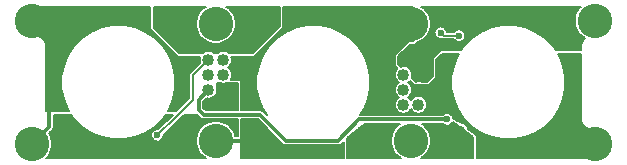
<source format=gbr>
G04 #@! TF.GenerationSoftware,KiCad,Pcbnew,(5.1.4)-1*
G04 #@! TF.CreationDate,2020-09-02T11:10:04-07:00*
G04 #@! TF.ProjectId,SkateLightLEDBoard,536b6174-654c-4696-9768-744c4544426f,rev?*
G04 #@! TF.SameCoordinates,Original*
G04 #@! TF.FileFunction,Copper,L2,Bot*
G04 #@! TF.FilePolarity,Positive*
%FSLAX46Y46*%
G04 Gerber Fmt 4.6, Leading zero omitted, Abs format (unit mm)*
G04 Created by KiCad (PCBNEW (5.1.4)-1) date 2020-09-02 11:10:04*
%MOMM*%
%LPD*%
G04 APERTURE LIST*
%ADD10C,1.800000*%
%ADD11C,1.016000*%
%ADD12C,2.921000*%
%ADD13C,0.600000*%
%ADD14C,0.350000*%
%ADD15C,0.200000*%
%ADD16C,0.152400*%
G04 APERTURE END LIST*
D10*
X-12087000Y4423000D03*
X-20933000Y-4423000D03*
X4423000Y-4423000D03*
X-4423000Y4423000D03*
X12087000Y-4423000D03*
X20933000Y4423000D03*
D11*
X7620000Y-1905000D03*
X8890000Y-1905000D03*
X7620000Y-635000D03*
X8890000Y-635000D03*
X7620000Y635000D03*
X8890000Y635000D03*
X7620000Y1905000D03*
X8890000Y1905000D03*
D12*
X8255000Y-4953000D03*
X8255000Y4953000D03*
X-8255000Y-4953000D03*
X-8255000Y4953000D03*
D11*
X-8890000Y-1905000D03*
X-7620000Y-1905000D03*
X-8890000Y-635000D03*
X-7620000Y-635000D03*
X-8890000Y635000D03*
X-7620000Y635000D03*
X-8890000Y1905000D03*
X-7620000Y1905000D03*
D12*
X23812500Y5207000D03*
X23812500Y-5207000D03*
X-23812500Y5207000D03*
X-23812500Y-5207000D03*
D13*
X-5170000Y-2000000D03*
X-4693920Y2131060D03*
X-2024380Y4871720D03*
X14340840Y-4838700D03*
X1710000Y-5810000D03*
X-5080000Y-4826000D03*
X6210000Y-1630000D03*
X6010000Y980000D03*
X16340000Y-5580000D03*
X19240000Y-5100000D03*
X21260000Y-3480000D03*
X21830000Y-1230000D03*
X21810000Y1530000D03*
X11026000Y-2032000D03*
X4218940Y4970780D03*
X-13204301Y-4490862D03*
X12334240Y3954780D03*
X10764520Y4203700D03*
X12542520Y5278120D03*
X10589260Y3169920D03*
X14569440Y5069840D03*
X16520160Y5255260D03*
X18514060Y5092700D03*
X9966960Y-3807460D03*
X6479540Y-3860800D03*
X-19140000Y-5460000D03*
X-17010000Y-5760000D03*
X-14754860Y-5232400D03*
X-11980000Y-4600000D03*
X-6675120Y-3469640D03*
X11306854Y-3147411D03*
D14*
X-5207000Y-4953000D02*
X-5080000Y-4826000D01*
X-8255000Y-4953000D02*
X-5207000Y-4953000D01*
X-22352001Y3746501D02*
X-23812500Y5207000D01*
X-22352001Y-3746501D02*
X-22352001Y3746501D01*
X-23812500Y-5207000D02*
X-22352001Y-3746501D01*
D15*
X-11657599Y-2944160D02*
X-13204301Y-4490862D01*
X-10215880Y-1502441D02*
X-11657599Y-2944160D01*
X-10215880Y579120D02*
X-10215880Y-1502441D01*
X-8890000Y1905000D02*
X-10215880Y579120D01*
X11013440Y3954780D02*
X12334240Y3954780D01*
X10764520Y4203700D02*
X11013440Y3954780D01*
D14*
X-9290993Y-2740401D02*
X-4552153Y-2740401D01*
X-4552153Y-2740401D02*
X-2362554Y-4930000D01*
X-2362554Y-4930000D02*
X2099446Y-4930000D01*
X2099446Y-4930000D02*
X3882035Y-3147411D01*
X3882035Y-3147411D02*
X9511664Y-3147411D01*
X-9725401Y-2305993D02*
X-9290993Y-2740401D01*
X-9725401Y-1470401D02*
X-9725401Y-2305993D01*
X-8890000Y-635000D02*
X-9725401Y-1470401D01*
X9511664Y-3147411D02*
X11306854Y-3147411D01*
D16*
G36*
X-2661958Y-5201373D02*
G01*
X-2649323Y-5216769D01*
X-2587867Y-5267204D01*
X-2527181Y-5299641D01*
X-2517752Y-5304681D01*
X-2441673Y-5327759D01*
X-2362554Y-5335552D01*
X-2342736Y-5333600D01*
X2079628Y-5333600D01*
X2099446Y-5335552D01*
X2119264Y-5333600D01*
X2178565Y-5327759D01*
X2254644Y-5304681D01*
X2324759Y-5267204D01*
X2386215Y-5216769D01*
X2398859Y-5201362D01*
X2565400Y-5034821D01*
X2565400Y-6413500D01*
X-6121400Y-6413500D01*
X-6121400Y-3144001D01*
X-4719328Y-3144001D01*
X-2661958Y-5201373D01*
X-2661958Y-5201373D01*
G37*
X-2661958Y-5201373D02*
X-2649323Y-5216769D01*
X-2587867Y-5267204D01*
X-2527181Y-5299641D01*
X-2517752Y-5304681D01*
X-2441673Y-5327759D01*
X-2362554Y-5335552D01*
X-2342736Y-5333600D01*
X2079628Y-5333600D01*
X2099446Y-5335552D01*
X2119264Y-5333600D01*
X2178565Y-5327759D01*
X2254644Y-5304681D01*
X2324759Y-5267204D01*
X2386215Y-5216769D01*
X2398859Y-5201362D01*
X2565400Y-5034821D01*
X2565400Y-6413500D01*
X-6121400Y-6413500D01*
X-6121400Y-3144001D01*
X-4719328Y-3144001D01*
X-2661958Y-5201373D01*
G36*
X8407400Y3501558D02*
G01*
X8128000Y3501558D01*
X8083402Y3497166D01*
X8040519Y3484157D01*
X8000997Y3463032D01*
X7966355Y3434603D01*
X6950355Y2418603D01*
X6921926Y2383961D01*
X6900801Y2344439D01*
X6887792Y2301556D01*
X6883400Y2256958D01*
X6883400Y1494958D01*
X6887792Y1450360D01*
X6900801Y1407477D01*
X6921926Y1367955D01*
X6950355Y1333313D01*
X7113479Y1170189D01*
X7047845Y1104555D01*
X6967234Y983911D01*
X6911707Y849858D01*
X6883400Y707549D01*
X6883400Y562451D01*
X6911707Y420142D01*
X6967234Y286089D01*
X7047845Y165445D01*
X7150445Y62845D01*
X7244500Y0D01*
X7150445Y-62845D01*
X7047845Y-165445D01*
X6967234Y-286089D01*
X6911707Y-420142D01*
X6883400Y-562451D01*
X6883400Y-707549D01*
X6911707Y-849858D01*
X6967234Y-983911D01*
X7047845Y-1104555D01*
X7150445Y-1207155D01*
X7244500Y-1270000D01*
X7150445Y-1332845D01*
X7047845Y-1435445D01*
X6967234Y-1556089D01*
X6911707Y-1690142D01*
X6883400Y-1832451D01*
X6883400Y-1977549D01*
X6911707Y-2119858D01*
X6967234Y-2253911D01*
X7047845Y-2374555D01*
X7150445Y-2477155D01*
X7271089Y-2557766D01*
X7405142Y-2613293D01*
X7547451Y-2641600D01*
X7692549Y-2641600D01*
X7834858Y-2613293D01*
X7968911Y-2557766D01*
X8089555Y-2477155D01*
X8192155Y-2374555D01*
X8255000Y-2280500D01*
X8317845Y-2374555D01*
X8420445Y-2477155D01*
X8541089Y-2557766D01*
X8675142Y-2613293D01*
X8817451Y-2641600D01*
X8962549Y-2641600D01*
X9104858Y-2613293D01*
X9238911Y-2557766D01*
X9359555Y-2477155D01*
X9462155Y-2374555D01*
X9542766Y-2253911D01*
X9598293Y-2119858D01*
X9626600Y-1977549D01*
X9626600Y-1832451D01*
X9598293Y-1690142D01*
X9542766Y-1556089D01*
X9462155Y-1435445D01*
X9359555Y-1332845D01*
X9238911Y-1252234D01*
X9104858Y-1196707D01*
X8962549Y-1168400D01*
X8817451Y-1168400D01*
X8675142Y-1196707D01*
X8541089Y-1252234D01*
X8420445Y-1332845D01*
X8317845Y-1435445D01*
X8255000Y-1529500D01*
X8192155Y-1435445D01*
X8089555Y-1332845D01*
X7995500Y-1270000D01*
X8089555Y-1207155D01*
X8192155Y-1104555D01*
X8272766Y-983911D01*
X8328293Y-849858D01*
X8356600Y-707549D01*
X8356600Y-562451D01*
X8328293Y-420142D01*
X8272766Y-286089D01*
X8192155Y-165445D01*
X8089555Y-62845D01*
X7995500Y0D01*
X8089555Y62845D01*
X8155189Y128479D01*
X8474355Y-190687D01*
X8508997Y-219116D01*
X8548519Y-240241D01*
X8591402Y-253250D01*
X8636000Y-257642D01*
X9652000Y-257642D01*
X9696598Y-253250D01*
X9739481Y-240241D01*
X9779003Y-219116D01*
X9813645Y-190687D01*
X10321645Y317313D01*
X10350074Y351955D01*
X10371199Y391477D01*
X10384208Y434360D01*
X10388600Y478958D01*
X10388600Y1908268D01*
X10889690Y2409358D01*
X12312573Y2409358D01*
X12230950Y2287200D01*
X11866960Y1408451D01*
X11681400Y475576D01*
X11681400Y-475576D01*
X11866960Y-1408451D01*
X12230950Y-2287200D01*
X12759381Y-3078053D01*
X13431947Y-3750619D01*
X14222800Y-4279050D01*
X15101549Y-4643040D01*
X16034424Y-4828600D01*
X16985576Y-4828600D01*
X17918451Y-4643040D01*
X18797200Y-4279050D01*
X19588053Y-3750619D01*
X20260619Y-3078053D01*
X20789050Y-2287200D01*
X21153040Y-1408451D01*
X21338600Y-475576D01*
X21338600Y475576D01*
X21153040Y1408451D01*
X20789050Y2287200D01*
X20707427Y2409358D01*
X22632924Y2409358D01*
X22632925Y12469D01*
X22632924Y-3003064D01*
X22633436Y-3008265D01*
X22635559Y-3061562D01*
X22637717Y-3077155D01*
X22638755Y-3092856D01*
X22639357Y-3096351D01*
X22665644Y-3242726D01*
X22671922Y-3264941D01*
X22677857Y-3287118D01*
X22679126Y-3290429D01*
X22733343Y-3428910D01*
X22743804Y-3449458D01*
X22753945Y-3470085D01*
X22755830Y-3473082D01*
X22755833Y-3473087D01*
X22755836Y-3473091D01*
X22835915Y-3598399D01*
X22850183Y-3616543D01*
X22864123Y-3634788D01*
X22866553Y-3637361D01*
X22866558Y-3637367D01*
X22866563Y-3637372D01*
X22969455Y-3744738D01*
X22986929Y-3759726D01*
X23004193Y-3774956D01*
X23007083Y-3777011D01*
X23128876Y-3862352D01*
X23148955Y-3873675D01*
X23168822Y-3885247D01*
X23172056Y-3886702D01*
X23308105Y-3946761D01*
X23330039Y-3953981D01*
X23351737Y-3961460D01*
X23355182Y-3962257D01*
X23355192Y-3962260D01*
X23355202Y-3962261D01*
X23500315Y-3994749D01*
X23523186Y-3997565D01*
X23545972Y-4000694D01*
X23549516Y-4000807D01*
X23549517Y-4000807D01*
X23698188Y-4004490D01*
X23698411Y-4004474D01*
X23698937Y-4004490D01*
X23958976Y-4010759D01*
X24188536Y-4061991D01*
X24403777Y-4156838D01*
X24596491Y-4291682D01*
X24759348Y-4461395D01*
X24886136Y-4659503D01*
X24972031Y-4878466D01*
X25013761Y-5109946D01*
X25009734Y-5345124D01*
X24960106Y-5575033D01*
X24866765Y-5790929D01*
X24733268Y-5984583D01*
X24564699Y-6148619D01*
X24367480Y-6276788D01*
X24149119Y-6364210D01*
X23911139Y-6408829D01*
X23804981Y-6413500D01*
X13817600Y-6413500D01*
X13817600Y-4572000D01*
X13814373Y-4533725D01*
X13802575Y-4490492D01*
X13782570Y-4450392D01*
X13755126Y-4414965D01*
X13721298Y-4385573D01*
X13114811Y-3955179D01*
X13087153Y-3888407D01*
X12963641Y-3703559D01*
X12806441Y-3546359D01*
X12621593Y-3422847D01*
X12416201Y-3337771D01*
X12198157Y-3294400D01*
X12183677Y-3294400D01*
X11824322Y-3039384D01*
X11815141Y-2993224D01*
X11775294Y-2897025D01*
X11717445Y-2810448D01*
X11643817Y-2736820D01*
X11557240Y-2678971D01*
X11461041Y-2639124D01*
X11358917Y-2618811D01*
X11254791Y-2618811D01*
X11152667Y-2639124D01*
X11056468Y-2678971D01*
X10969891Y-2736820D01*
X10965311Y-2741400D01*
X5008451Y-2741400D01*
X4990715Y-2743811D01*
X3973952Y-2743811D01*
X4279050Y-2287200D01*
X4643040Y-1408451D01*
X4828600Y-475576D01*
X4828600Y475576D01*
X4643040Y1408451D01*
X4279050Y2287200D01*
X3750619Y3078053D01*
X3078053Y3750619D01*
X2287200Y4279050D01*
X1408451Y4643040D01*
X475576Y4828600D01*
X-475576Y4828600D01*
X-1408451Y4643040D01*
X-2287200Y4279050D01*
X-3078053Y3750619D01*
X-3750619Y3078053D01*
X-4279050Y2287200D01*
X-4643040Y1408451D01*
X-4828600Y475576D01*
X-4828600Y-475576D01*
X-4643040Y-1408451D01*
X-4279050Y-2287200D01*
X-3965867Y-2755912D01*
X-4252740Y-2469039D01*
X-4265384Y-2453632D01*
X-4326840Y-2403197D01*
X-4396955Y-2365720D01*
X-4473034Y-2342642D01*
X-4532335Y-2336801D01*
X-4552153Y-2334849D01*
X-4571971Y-2336801D01*
X-6121400Y-2336801D01*
X-6121400Y0D01*
X-6125792Y44598D01*
X-6138801Y87481D01*
X-6159926Y127003D01*
X-6188355Y161645D01*
X-6222997Y190074D01*
X-6262519Y211199D01*
X-6305402Y224208D01*
X-6350000Y228600D01*
X-7005647Y228600D01*
X-6967234Y286089D01*
X-6911707Y420142D01*
X-6883400Y562451D01*
X-6883400Y707549D01*
X-6911707Y849858D01*
X-6967234Y983911D01*
X-7047845Y1104555D01*
X-7150445Y1207155D01*
X-7244500Y1270000D01*
X-7150445Y1332845D01*
X-7047845Y1435445D01*
X-6967234Y1556089D01*
X-6911707Y1690142D01*
X-6883400Y1832451D01*
X-6883400Y1977549D01*
X-6911707Y2119858D01*
X-6938441Y2184400D01*
X-5080000Y2184400D01*
X-5035402Y2188792D01*
X-4992519Y2201801D01*
X-4952997Y2222926D01*
X-4918355Y2251355D01*
X-2632355Y4537355D01*
X-2603926Y4571997D01*
X-2582801Y4611519D01*
X-2569792Y4654402D01*
X-2565400Y4699000D01*
X-2565400Y6413500D01*
X8407400Y6413500D01*
X8407400Y3501558D01*
X8407400Y3501558D01*
G37*
X8407400Y3501558D02*
X8128000Y3501558D01*
X8083402Y3497166D01*
X8040519Y3484157D01*
X8000997Y3463032D01*
X7966355Y3434603D01*
X6950355Y2418603D01*
X6921926Y2383961D01*
X6900801Y2344439D01*
X6887792Y2301556D01*
X6883400Y2256958D01*
X6883400Y1494958D01*
X6887792Y1450360D01*
X6900801Y1407477D01*
X6921926Y1367955D01*
X6950355Y1333313D01*
X7113479Y1170189D01*
X7047845Y1104555D01*
X6967234Y983911D01*
X6911707Y849858D01*
X6883400Y707549D01*
X6883400Y562451D01*
X6911707Y420142D01*
X6967234Y286089D01*
X7047845Y165445D01*
X7150445Y62845D01*
X7244500Y0D01*
X7150445Y-62845D01*
X7047845Y-165445D01*
X6967234Y-286089D01*
X6911707Y-420142D01*
X6883400Y-562451D01*
X6883400Y-707549D01*
X6911707Y-849858D01*
X6967234Y-983911D01*
X7047845Y-1104555D01*
X7150445Y-1207155D01*
X7244500Y-1270000D01*
X7150445Y-1332845D01*
X7047845Y-1435445D01*
X6967234Y-1556089D01*
X6911707Y-1690142D01*
X6883400Y-1832451D01*
X6883400Y-1977549D01*
X6911707Y-2119858D01*
X6967234Y-2253911D01*
X7047845Y-2374555D01*
X7150445Y-2477155D01*
X7271089Y-2557766D01*
X7405142Y-2613293D01*
X7547451Y-2641600D01*
X7692549Y-2641600D01*
X7834858Y-2613293D01*
X7968911Y-2557766D01*
X8089555Y-2477155D01*
X8192155Y-2374555D01*
X8255000Y-2280500D01*
X8317845Y-2374555D01*
X8420445Y-2477155D01*
X8541089Y-2557766D01*
X8675142Y-2613293D01*
X8817451Y-2641600D01*
X8962549Y-2641600D01*
X9104858Y-2613293D01*
X9238911Y-2557766D01*
X9359555Y-2477155D01*
X9462155Y-2374555D01*
X9542766Y-2253911D01*
X9598293Y-2119858D01*
X9626600Y-1977549D01*
X9626600Y-1832451D01*
X9598293Y-1690142D01*
X9542766Y-1556089D01*
X9462155Y-1435445D01*
X9359555Y-1332845D01*
X9238911Y-1252234D01*
X9104858Y-1196707D01*
X8962549Y-1168400D01*
X8817451Y-1168400D01*
X8675142Y-1196707D01*
X8541089Y-1252234D01*
X8420445Y-1332845D01*
X8317845Y-1435445D01*
X8255000Y-1529500D01*
X8192155Y-1435445D01*
X8089555Y-1332845D01*
X7995500Y-1270000D01*
X8089555Y-1207155D01*
X8192155Y-1104555D01*
X8272766Y-983911D01*
X8328293Y-849858D01*
X8356600Y-707549D01*
X8356600Y-562451D01*
X8328293Y-420142D01*
X8272766Y-286089D01*
X8192155Y-165445D01*
X8089555Y-62845D01*
X7995500Y0D01*
X8089555Y62845D01*
X8155189Y128479D01*
X8474355Y-190687D01*
X8508997Y-219116D01*
X8548519Y-240241D01*
X8591402Y-253250D01*
X8636000Y-257642D01*
X9652000Y-257642D01*
X9696598Y-253250D01*
X9739481Y-240241D01*
X9779003Y-219116D01*
X9813645Y-190687D01*
X10321645Y317313D01*
X10350074Y351955D01*
X10371199Y391477D01*
X10384208Y434360D01*
X10388600Y478958D01*
X10388600Y1908268D01*
X10889690Y2409358D01*
X12312573Y2409358D01*
X12230950Y2287200D01*
X11866960Y1408451D01*
X11681400Y475576D01*
X11681400Y-475576D01*
X11866960Y-1408451D01*
X12230950Y-2287200D01*
X12759381Y-3078053D01*
X13431947Y-3750619D01*
X14222800Y-4279050D01*
X15101549Y-4643040D01*
X16034424Y-4828600D01*
X16985576Y-4828600D01*
X17918451Y-4643040D01*
X18797200Y-4279050D01*
X19588053Y-3750619D01*
X20260619Y-3078053D01*
X20789050Y-2287200D01*
X21153040Y-1408451D01*
X21338600Y-475576D01*
X21338600Y475576D01*
X21153040Y1408451D01*
X20789050Y2287200D01*
X20707427Y2409358D01*
X22632924Y2409358D01*
X22632925Y12469D01*
X22632924Y-3003064D01*
X22633436Y-3008265D01*
X22635559Y-3061562D01*
X22637717Y-3077155D01*
X22638755Y-3092856D01*
X22639357Y-3096351D01*
X22665644Y-3242726D01*
X22671922Y-3264941D01*
X22677857Y-3287118D01*
X22679126Y-3290429D01*
X22733343Y-3428910D01*
X22743804Y-3449458D01*
X22753945Y-3470085D01*
X22755830Y-3473082D01*
X22755833Y-3473087D01*
X22755836Y-3473091D01*
X22835915Y-3598399D01*
X22850183Y-3616543D01*
X22864123Y-3634788D01*
X22866553Y-3637361D01*
X22866558Y-3637367D01*
X22866563Y-3637372D01*
X22969455Y-3744738D01*
X22986929Y-3759726D01*
X23004193Y-3774956D01*
X23007083Y-3777011D01*
X23128876Y-3862352D01*
X23148955Y-3873675D01*
X23168822Y-3885247D01*
X23172056Y-3886702D01*
X23308105Y-3946761D01*
X23330039Y-3953981D01*
X23351737Y-3961460D01*
X23355182Y-3962257D01*
X23355192Y-3962260D01*
X23355202Y-3962261D01*
X23500315Y-3994749D01*
X23523186Y-3997565D01*
X23545972Y-4000694D01*
X23549516Y-4000807D01*
X23549517Y-4000807D01*
X23698188Y-4004490D01*
X23698411Y-4004474D01*
X23698937Y-4004490D01*
X23958976Y-4010759D01*
X24188536Y-4061991D01*
X24403777Y-4156838D01*
X24596491Y-4291682D01*
X24759348Y-4461395D01*
X24886136Y-4659503D01*
X24972031Y-4878466D01*
X25013761Y-5109946D01*
X25009734Y-5345124D01*
X24960106Y-5575033D01*
X24866765Y-5790929D01*
X24733268Y-5984583D01*
X24564699Y-6148619D01*
X24367480Y-6276788D01*
X24149119Y-6364210D01*
X23911139Y-6408829D01*
X23804981Y-6413500D01*
X13817600Y-6413500D01*
X13817600Y-4572000D01*
X13814373Y-4533725D01*
X13802575Y-4490492D01*
X13782570Y-4450392D01*
X13755126Y-4414965D01*
X13721298Y-4385573D01*
X13114811Y-3955179D01*
X13087153Y-3888407D01*
X12963641Y-3703559D01*
X12806441Y-3546359D01*
X12621593Y-3422847D01*
X12416201Y-3337771D01*
X12198157Y-3294400D01*
X12183677Y-3294400D01*
X11824322Y-3039384D01*
X11815141Y-2993224D01*
X11775294Y-2897025D01*
X11717445Y-2810448D01*
X11643817Y-2736820D01*
X11557240Y-2678971D01*
X11461041Y-2639124D01*
X11358917Y-2618811D01*
X11254791Y-2618811D01*
X11152667Y-2639124D01*
X11056468Y-2678971D01*
X10969891Y-2736820D01*
X10965311Y-2741400D01*
X5008451Y-2741400D01*
X4990715Y-2743811D01*
X3973952Y-2743811D01*
X4279050Y-2287200D01*
X4643040Y-1408451D01*
X4828600Y-475576D01*
X4828600Y475576D01*
X4643040Y1408451D01*
X4279050Y2287200D01*
X3750619Y3078053D01*
X3078053Y3750619D01*
X2287200Y4279050D01*
X1408451Y4643040D01*
X475576Y4828600D01*
X-475576Y4828600D01*
X-1408451Y4643040D01*
X-2287200Y4279050D01*
X-3078053Y3750619D01*
X-3750619Y3078053D01*
X-4279050Y2287200D01*
X-4643040Y1408451D01*
X-4828600Y475576D01*
X-4828600Y-475576D01*
X-4643040Y-1408451D01*
X-4279050Y-2287200D01*
X-3965867Y-2755912D01*
X-4252740Y-2469039D01*
X-4265384Y-2453632D01*
X-4326840Y-2403197D01*
X-4396955Y-2365720D01*
X-4473034Y-2342642D01*
X-4532335Y-2336801D01*
X-4552153Y-2334849D01*
X-4571971Y-2336801D01*
X-6121400Y-2336801D01*
X-6121400Y0D01*
X-6125792Y44598D01*
X-6138801Y87481D01*
X-6159926Y127003D01*
X-6188355Y161645D01*
X-6222997Y190074D01*
X-6262519Y211199D01*
X-6305402Y224208D01*
X-6350000Y228600D01*
X-7005647Y228600D01*
X-6967234Y286089D01*
X-6911707Y420142D01*
X-6883400Y562451D01*
X-6883400Y707549D01*
X-6911707Y849858D01*
X-6967234Y983911D01*
X-7047845Y1104555D01*
X-7150445Y1207155D01*
X-7244500Y1270000D01*
X-7150445Y1332845D01*
X-7047845Y1435445D01*
X-6967234Y1556089D01*
X-6911707Y1690142D01*
X-6883400Y1832451D01*
X-6883400Y1977549D01*
X-6911707Y2119858D01*
X-6938441Y2184400D01*
X-5080000Y2184400D01*
X-5035402Y2188792D01*
X-4992519Y2201801D01*
X-4952997Y2222926D01*
X-4918355Y2251355D01*
X-2632355Y4537355D01*
X-2603926Y4571997D01*
X-2582801Y4611519D01*
X-2569792Y4654402D01*
X-2565400Y4699000D01*
X-2565400Y6413500D01*
X8407400Y6413500D01*
X8407400Y3501558D01*
G36*
X-13817600Y4572000D02*
G01*
X-13813208Y4527402D01*
X-13800199Y4484519D01*
X-13779074Y4444997D01*
X-13750645Y4410355D01*
X-11591645Y2251355D01*
X-11557003Y2222926D01*
X-11517481Y2201801D01*
X-11474598Y2188792D01*
X-11430000Y2184400D01*
X-9571559Y2184400D01*
X-9598293Y2119858D01*
X-9626600Y1977549D01*
X-9626600Y1832451D01*
X-9598293Y1690142D01*
X-9589880Y1669831D01*
X-10436824Y822886D01*
X-10449359Y812599D01*
X-10459644Y800066D01*
X-10490422Y762563D01*
X-10519827Y707549D01*
X-10520935Y705477D01*
X-10539725Y643536D01*
X-10544480Y595255D01*
X-10546069Y579120D01*
X-10544480Y562988D01*
X-10544479Y-1366330D01*
X-11616549Y-2438400D01*
X-12331979Y-2438400D01*
X-12230950Y-2287200D01*
X-11866960Y-1408451D01*
X-11681400Y-475576D01*
X-11681400Y475576D01*
X-11866960Y1408451D01*
X-12230950Y2287200D01*
X-12759381Y3078053D01*
X-13431947Y3750619D01*
X-14222800Y4279050D01*
X-15101549Y4643040D01*
X-16034424Y4828600D01*
X-16985576Y4828600D01*
X-17918451Y4643040D01*
X-18797200Y4279050D01*
X-19588053Y3750619D01*
X-20260619Y3078053D01*
X-20789050Y2287200D01*
X-21153040Y1408451D01*
X-21338600Y475576D01*
X-21338600Y-475576D01*
X-21153040Y-1408451D01*
X-20789050Y-2287200D01*
X-20688021Y-2438400D01*
X-22632924Y-2438400D01*
X-22632924Y3003065D01*
X-22633436Y3008266D01*
X-22635559Y3061562D01*
X-22637717Y3077155D01*
X-22638755Y3092856D01*
X-22639357Y3096350D01*
X-22665644Y3242726D01*
X-22671922Y3264941D01*
X-22677857Y3287118D01*
X-22679126Y3290429D01*
X-22733343Y3428910D01*
X-22743804Y3449458D01*
X-22753945Y3470085D01*
X-22755830Y3473082D01*
X-22755833Y3473087D01*
X-22755836Y3473091D01*
X-22835915Y3598399D01*
X-22850210Y3616578D01*
X-22864123Y3634789D01*
X-22866553Y3637361D01*
X-22866558Y3637367D01*
X-22866563Y3637372D01*
X-22969455Y3744738D01*
X-22986951Y3759744D01*
X-23004193Y3774955D01*
X-23007083Y3777011D01*
X-23128876Y3862352D01*
X-23148955Y3873675D01*
X-23168822Y3885247D01*
X-23172047Y3886697D01*
X-23172056Y3886702D01*
X-23172065Y3886705D01*
X-23308105Y3946761D01*
X-23330049Y3953984D01*
X-23351737Y3961460D01*
X-23355182Y3962257D01*
X-23355192Y3962260D01*
X-23355202Y3962261D01*
X-23500316Y3994749D01*
X-23523210Y3997568D01*
X-23545972Y4000694D01*
X-23549506Y4000807D01*
X-23549517Y4000808D01*
X-23549527Y4000807D01*
X-23698188Y4004490D01*
X-23698411Y4004474D01*
X-23698936Y4004490D01*
X-23958976Y4010759D01*
X-24188535Y4061991D01*
X-24403777Y4156838D01*
X-24596491Y4291682D01*
X-24759348Y4461395D01*
X-24886136Y4659503D01*
X-24972031Y4878466D01*
X-25013761Y5109947D01*
X-25009734Y5345124D01*
X-24960106Y5575033D01*
X-24866764Y5790931D01*
X-24733264Y5984587D01*
X-24564697Y6148620D01*
X-24367478Y6276789D01*
X-24149119Y6364210D01*
X-23911139Y6408829D01*
X-23804982Y6413500D01*
X-13817600Y6413500D01*
X-13817600Y4572000D01*
X-13817600Y4572000D01*
G37*
X-13817600Y4572000D02*
X-13813208Y4527402D01*
X-13800199Y4484519D01*
X-13779074Y4444997D01*
X-13750645Y4410355D01*
X-11591645Y2251355D01*
X-11557003Y2222926D01*
X-11517481Y2201801D01*
X-11474598Y2188792D01*
X-11430000Y2184400D01*
X-9571559Y2184400D01*
X-9598293Y2119858D01*
X-9626600Y1977549D01*
X-9626600Y1832451D01*
X-9598293Y1690142D01*
X-9589880Y1669831D01*
X-10436824Y822886D01*
X-10449359Y812599D01*
X-10459644Y800066D01*
X-10490422Y762563D01*
X-10519827Y707549D01*
X-10520935Y705477D01*
X-10539725Y643536D01*
X-10544480Y595255D01*
X-10546069Y579120D01*
X-10544480Y562988D01*
X-10544479Y-1366330D01*
X-11616549Y-2438400D01*
X-12331979Y-2438400D01*
X-12230950Y-2287200D01*
X-11866960Y-1408451D01*
X-11681400Y-475576D01*
X-11681400Y475576D01*
X-11866960Y1408451D01*
X-12230950Y2287200D01*
X-12759381Y3078053D01*
X-13431947Y3750619D01*
X-14222800Y4279050D01*
X-15101549Y4643040D01*
X-16034424Y4828600D01*
X-16985576Y4828600D01*
X-17918451Y4643040D01*
X-18797200Y4279050D01*
X-19588053Y3750619D01*
X-20260619Y3078053D01*
X-20789050Y2287200D01*
X-21153040Y1408451D01*
X-21338600Y475576D01*
X-21338600Y-475576D01*
X-21153040Y-1408451D01*
X-20789050Y-2287200D01*
X-20688021Y-2438400D01*
X-22632924Y-2438400D01*
X-22632924Y3003065D01*
X-22633436Y3008266D01*
X-22635559Y3061562D01*
X-22637717Y3077155D01*
X-22638755Y3092856D01*
X-22639357Y3096350D01*
X-22665644Y3242726D01*
X-22671922Y3264941D01*
X-22677857Y3287118D01*
X-22679126Y3290429D01*
X-22733343Y3428910D01*
X-22743804Y3449458D01*
X-22753945Y3470085D01*
X-22755830Y3473082D01*
X-22755833Y3473087D01*
X-22755836Y3473091D01*
X-22835915Y3598399D01*
X-22850210Y3616578D01*
X-22864123Y3634789D01*
X-22866553Y3637361D01*
X-22866558Y3637367D01*
X-22866563Y3637372D01*
X-22969455Y3744738D01*
X-22986951Y3759744D01*
X-23004193Y3774955D01*
X-23007083Y3777011D01*
X-23128876Y3862352D01*
X-23148955Y3873675D01*
X-23168822Y3885247D01*
X-23172047Y3886697D01*
X-23172056Y3886702D01*
X-23172065Y3886705D01*
X-23308105Y3946761D01*
X-23330049Y3953984D01*
X-23351737Y3961460D01*
X-23355182Y3962257D01*
X-23355192Y3962260D01*
X-23355202Y3962261D01*
X-23500316Y3994749D01*
X-23523210Y3997568D01*
X-23545972Y4000694D01*
X-23549506Y4000807D01*
X-23549517Y4000808D01*
X-23549527Y4000807D01*
X-23698188Y4004490D01*
X-23698411Y4004474D01*
X-23698936Y4004490D01*
X-23958976Y4010759D01*
X-24188535Y4061991D01*
X-24403777Y4156838D01*
X-24596491Y4291682D01*
X-24759348Y4461395D01*
X-24886136Y4659503D01*
X-24972031Y4878466D01*
X-25013761Y5109947D01*
X-25009734Y5345124D01*
X-24960106Y5575033D01*
X-24866764Y5790931D01*
X-24733264Y5984587D01*
X-24564697Y6148620D01*
X-24367478Y6276789D01*
X-24149119Y6364210D01*
X-23911139Y6408829D01*
X-23804982Y6413500D01*
X-13817600Y6413500D01*
X-13817600Y4572000D01*
G36*
X-9331739Y6265010D02*
G01*
X-9567010Y6029739D01*
X-9751861Y5753089D01*
X-9879189Y5445692D01*
X-9944100Y5119362D01*
X-9944100Y4786638D01*
X-9879189Y4460308D01*
X-9751861Y4152911D01*
X-9567010Y3876261D01*
X-9331739Y3640990D01*
X-9055089Y3456139D01*
X-8747692Y3328811D01*
X-8421362Y3263900D01*
X-8088638Y3263900D01*
X-7762308Y3328811D01*
X-7454911Y3456139D01*
X-7178261Y3640990D01*
X-6942990Y3876261D01*
X-6758139Y4152911D01*
X-6630811Y4460308D01*
X-6565900Y4786638D01*
X-6565900Y5119362D01*
X-6630811Y5445692D01*
X-6758139Y5753089D01*
X-6942990Y6029739D01*
X-7178261Y6265010D01*
X-7400493Y6413500D01*
X-2870200Y6413500D01*
X-2870200Y4730564D01*
X-5111564Y2489200D01*
X-7168472Y2489200D01*
X-7271089Y2557766D01*
X-7405142Y2613293D01*
X-7547451Y2641600D01*
X-7692549Y2641600D01*
X-7834858Y2613293D01*
X-7968911Y2557766D01*
X-8071528Y2489200D01*
X-8438472Y2489200D01*
X-8541089Y2557766D01*
X-8675142Y2613293D01*
X-8817451Y2641600D01*
X-8962549Y2641600D01*
X-9104858Y2613293D01*
X-9238911Y2557766D01*
X-9341528Y2489200D01*
X-11398436Y2489200D01*
X-13512800Y4603564D01*
X-13512800Y6413500D01*
X-9109507Y6413500D01*
X-9331739Y6265010D01*
X-9331739Y6265010D01*
G37*
X-9331739Y6265010D02*
X-9567010Y6029739D01*
X-9751861Y5753089D01*
X-9879189Y5445692D01*
X-9944100Y5119362D01*
X-9944100Y4786638D01*
X-9879189Y4460308D01*
X-9751861Y4152911D01*
X-9567010Y3876261D01*
X-9331739Y3640990D01*
X-9055089Y3456139D01*
X-8747692Y3328811D01*
X-8421362Y3263900D01*
X-8088638Y3263900D01*
X-7762308Y3328811D01*
X-7454911Y3456139D01*
X-7178261Y3640990D01*
X-6942990Y3876261D01*
X-6758139Y4152911D01*
X-6630811Y4460308D01*
X-6565900Y4786638D01*
X-6565900Y5119362D01*
X-6630811Y5445692D01*
X-6758139Y5753089D01*
X-6942990Y6029739D01*
X-7178261Y6265010D01*
X-7400493Y6413500D01*
X-2870200Y6413500D01*
X-2870200Y4730564D01*
X-5111564Y2489200D01*
X-7168472Y2489200D01*
X-7271089Y2557766D01*
X-7405142Y2613293D01*
X-7547451Y2641600D01*
X-7692549Y2641600D01*
X-7834858Y2613293D01*
X-7968911Y2557766D01*
X-8071528Y2489200D01*
X-8438472Y2489200D01*
X-8541089Y2557766D01*
X-8675142Y2613293D01*
X-8817451Y2641600D01*
X-8962549Y2641600D01*
X-9104858Y2613293D01*
X-9238911Y2557766D01*
X-9341528Y2489200D01*
X-11398436Y2489200D01*
X-13512800Y4603564D01*
X-13512800Y6413500D01*
X-9109507Y6413500D01*
X-9331739Y6265010D01*
G36*
X13512800Y-4611362D02*
G01*
X13512800Y-6413500D01*
X9109507Y-6413500D01*
X9331739Y-6265010D01*
X9567010Y-6029739D01*
X9751861Y-5753089D01*
X9879189Y-5445692D01*
X9944100Y-5119362D01*
X9944100Y-4786638D01*
X9879189Y-4460308D01*
X9751861Y-4152911D01*
X9567010Y-3876261D01*
X9331739Y-3640990D01*
X9197075Y-3551011D01*
X10962900Y-3551011D01*
X10969891Y-3558002D01*
X11056468Y-3615851D01*
X11152667Y-3655698D01*
X11254791Y-3676011D01*
X11358917Y-3676011D01*
X11461041Y-3655698D01*
X11557240Y-3615851D01*
X11643817Y-3558002D01*
X11717445Y-3484374D01*
X11775294Y-3397797D01*
X11781523Y-3382760D01*
X13512800Y-4611362D01*
X13512800Y-4611362D01*
G37*
X13512800Y-4611362D02*
X13512800Y-6413500D01*
X9109507Y-6413500D01*
X9331739Y-6265010D01*
X9567010Y-6029739D01*
X9751861Y-5753089D01*
X9879189Y-5445692D01*
X9944100Y-5119362D01*
X9944100Y-4786638D01*
X9879189Y-4460308D01*
X9751861Y-4152911D01*
X9567010Y-3876261D01*
X9331739Y-3640990D01*
X9197075Y-3551011D01*
X10962900Y-3551011D01*
X10969891Y-3558002D01*
X11056468Y-3615851D01*
X11152667Y-3655698D01*
X11254791Y-3676011D01*
X11358917Y-3676011D01*
X11461041Y-3655698D01*
X11557240Y-3615851D01*
X11643817Y-3558002D01*
X11717445Y-3484374D01*
X11775294Y-3397797D01*
X11781523Y-3382760D01*
X13512800Y-4611362D01*
G36*
X7178261Y-3640990D02*
G01*
X6942990Y-3876261D01*
X6758139Y-4152911D01*
X6630811Y-4460308D01*
X6565900Y-4786638D01*
X6565900Y-5119362D01*
X6630811Y-5445692D01*
X6758139Y-5753089D01*
X6942990Y-6029739D01*
X7178261Y-6265010D01*
X7400493Y-6413500D01*
X2870200Y-6413500D01*
X2870200Y-4736180D01*
X4388129Y-3551011D01*
X7312925Y-3551011D01*
X7178261Y-3640990D01*
X7178261Y-3640990D01*
G37*
X7178261Y-3640990D02*
X6942990Y-3876261D01*
X6758139Y-4152911D01*
X6630811Y-4460308D01*
X6565900Y-4786638D01*
X6565900Y-5119362D01*
X6630811Y-5445692D01*
X6758139Y-5753089D01*
X6942990Y-6029739D01*
X7178261Y-6265010D01*
X7400493Y-6413500D01*
X2870200Y-6413500D01*
X2870200Y-4736180D01*
X4388129Y-3551011D01*
X7312925Y-3551011D01*
X7178261Y-3640990D01*
G36*
X-20260619Y-3078053D02*
G01*
X-19588053Y-3750619D01*
X-18797200Y-4279050D01*
X-17918451Y-4643040D01*
X-16985576Y-4828600D01*
X-16034424Y-4828600D01*
X-15101549Y-4643040D01*
X-14222800Y-4279050D01*
X-13431947Y-3750619D01*
X-12759381Y-3078053D01*
X-12535639Y-2743200D01*
X-11921350Y-2743200D01*
X-13142373Y-3964224D01*
X-13152238Y-3962262D01*
X-13256364Y-3962262D01*
X-13358488Y-3982575D01*
X-13454687Y-4022422D01*
X-13541264Y-4080271D01*
X-13614892Y-4153899D01*
X-13672741Y-4240476D01*
X-13712588Y-4336675D01*
X-13732901Y-4438799D01*
X-13732901Y-4542925D01*
X-13712588Y-4645049D01*
X-13672741Y-4741248D01*
X-13614892Y-4827825D01*
X-13541264Y-4901453D01*
X-13454687Y-4959302D01*
X-13358488Y-4999149D01*
X-13256364Y-5019462D01*
X-13152238Y-5019462D01*
X-13050114Y-4999149D01*
X-12953915Y-4959302D01*
X-12867338Y-4901453D01*
X-12793710Y-4827825D01*
X-12735861Y-4741248D01*
X-12696014Y-4645049D01*
X-12675701Y-4542925D01*
X-12675701Y-4438799D01*
X-12677663Y-4428934D01*
X-11413835Y-3165107D01*
X-11413830Y-3165101D01*
X-10991929Y-2743200D01*
X-9858969Y-2743200D01*
X-9590402Y-3011768D01*
X-9577762Y-3027170D01*
X-9516306Y-3077605D01*
X-9449184Y-3113482D01*
X-9446191Y-3115082D01*
X-9370112Y-3138160D01*
X-9290993Y-3145953D01*
X-9271175Y-3144001D01*
X-6426200Y-3144001D01*
X-6426200Y-4549400D01*
X-6613090Y-4549400D01*
X-6630811Y-4460308D01*
X-6758139Y-4152911D01*
X-6942990Y-3876261D01*
X-7178261Y-3640990D01*
X-7454911Y-3456139D01*
X-7762308Y-3328811D01*
X-8088638Y-3263900D01*
X-8421362Y-3263900D01*
X-8747692Y-3328811D01*
X-9055089Y-3456139D01*
X-9331739Y-3640990D01*
X-9567010Y-3876261D01*
X-9751861Y-4152911D01*
X-9879189Y-4460308D01*
X-9944100Y-4786638D01*
X-9944100Y-5119362D01*
X-9879189Y-5445692D01*
X-9751861Y-5753089D01*
X-9567010Y-6029739D01*
X-9331739Y-6265010D01*
X-9109507Y-6413500D01*
X-22630251Y-6413500D01*
X-22500490Y-6283739D01*
X-22315639Y-6007089D01*
X-22188311Y-5699692D01*
X-22123400Y-5373362D01*
X-22123400Y-5040638D01*
X-22188311Y-4714308D01*
X-22315639Y-4406911D01*
X-22366106Y-4331382D01*
X-22080627Y-4045904D01*
X-22065232Y-4033270D01*
X-22014797Y-3971814D01*
X-21977320Y-3901699D01*
X-21959029Y-3841402D01*
X-21954242Y-3825621D01*
X-21946449Y-3746502D01*
X-21948401Y-3726684D01*
X-21948401Y-2743200D01*
X-20484361Y-2743200D01*
X-20260619Y-3078053D01*
X-20260619Y-3078053D01*
G37*
X-20260619Y-3078053D02*
X-19588053Y-3750619D01*
X-18797200Y-4279050D01*
X-17918451Y-4643040D01*
X-16985576Y-4828600D01*
X-16034424Y-4828600D01*
X-15101549Y-4643040D01*
X-14222800Y-4279050D01*
X-13431947Y-3750619D01*
X-12759381Y-3078053D01*
X-12535639Y-2743200D01*
X-11921350Y-2743200D01*
X-13142373Y-3964224D01*
X-13152238Y-3962262D01*
X-13256364Y-3962262D01*
X-13358488Y-3982575D01*
X-13454687Y-4022422D01*
X-13541264Y-4080271D01*
X-13614892Y-4153899D01*
X-13672741Y-4240476D01*
X-13712588Y-4336675D01*
X-13732901Y-4438799D01*
X-13732901Y-4542925D01*
X-13712588Y-4645049D01*
X-13672741Y-4741248D01*
X-13614892Y-4827825D01*
X-13541264Y-4901453D01*
X-13454687Y-4959302D01*
X-13358488Y-4999149D01*
X-13256364Y-5019462D01*
X-13152238Y-5019462D01*
X-13050114Y-4999149D01*
X-12953915Y-4959302D01*
X-12867338Y-4901453D01*
X-12793710Y-4827825D01*
X-12735861Y-4741248D01*
X-12696014Y-4645049D01*
X-12675701Y-4542925D01*
X-12675701Y-4438799D01*
X-12677663Y-4428934D01*
X-11413835Y-3165107D01*
X-11413830Y-3165101D01*
X-10991929Y-2743200D01*
X-9858969Y-2743200D01*
X-9590402Y-3011768D01*
X-9577762Y-3027170D01*
X-9516306Y-3077605D01*
X-9449184Y-3113482D01*
X-9446191Y-3115082D01*
X-9370112Y-3138160D01*
X-9290993Y-3145953D01*
X-9271175Y-3144001D01*
X-6426200Y-3144001D01*
X-6426200Y-4549400D01*
X-6613090Y-4549400D01*
X-6630811Y-4460308D01*
X-6758139Y-4152911D01*
X-6942990Y-3876261D01*
X-7178261Y-3640990D01*
X-7454911Y-3456139D01*
X-7762308Y-3328811D01*
X-8088638Y-3263900D01*
X-8421362Y-3263900D01*
X-8747692Y-3328811D01*
X-9055089Y-3456139D01*
X-9331739Y-3640990D01*
X-9567010Y-3876261D01*
X-9751861Y-4152911D01*
X-9879189Y-4460308D01*
X-9944100Y-4786638D01*
X-9944100Y-5119362D01*
X-9879189Y-5445692D01*
X-9751861Y-5753089D01*
X-9567010Y-6029739D01*
X-9331739Y-6265010D01*
X-9109507Y-6413500D01*
X-22630251Y-6413500D01*
X-22500490Y-6283739D01*
X-22315639Y-6007089D01*
X-22188311Y-5699692D01*
X-22123400Y-5373362D01*
X-22123400Y-5040638D01*
X-22188311Y-4714308D01*
X-22315639Y-4406911D01*
X-22366106Y-4331382D01*
X-22080627Y-4045904D01*
X-22065232Y-4033270D01*
X-22014797Y-3971814D01*
X-21977320Y-3901699D01*
X-21959029Y-3841402D01*
X-21954242Y-3825621D01*
X-21946449Y-3746502D01*
X-21948401Y-3726684D01*
X-21948401Y-2743200D01*
X-20484361Y-2743200D01*
X-20260619Y-3078053D01*
G36*
X-7692549Y-101600D02*
G01*
X-7547451Y-101600D01*
X-7419756Y-76200D01*
X-6426200Y-76200D01*
X-6426200Y-2336801D01*
X-9123817Y-2336801D01*
X-9321801Y-2138818D01*
X-9321801Y-1637576D01*
X-9040349Y-1356125D01*
X-8962549Y-1371600D01*
X-8817451Y-1371600D01*
X-8689756Y-1346200D01*
X-8636000Y-1346200D01*
X-8621134Y-1344736D01*
X-8606840Y-1340400D01*
X-8592689Y-1332694D01*
X-8225014Y-1078694D01*
X-8213615Y-1069040D01*
X-8204319Y-1057348D01*
X-8197482Y-1044066D01*
X-8193368Y-1029706D01*
X-8192132Y-1016999D01*
X-8190209Y-870384D01*
X-8181707Y-849858D01*
X-8153400Y-707549D01*
X-8153400Y-562451D01*
X-8181707Y-420142D01*
X-8184224Y-414065D01*
X-8179793Y-76200D01*
X-7820244Y-76200D01*
X-7692549Y-101600D01*
X-7692549Y-101600D01*
G37*
X-7692549Y-101600D02*
X-7547451Y-101600D01*
X-7419756Y-76200D01*
X-6426200Y-76200D01*
X-6426200Y-2336801D01*
X-9123817Y-2336801D01*
X-9321801Y-2138818D01*
X-9321801Y-1637576D01*
X-9040349Y-1356125D01*
X-8962549Y-1371600D01*
X-8817451Y-1371600D01*
X-8689756Y-1346200D01*
X-8636000Y-1346200D01*
X-8621134Y-1344736D01*
X-8606840Y-1340400D01*
X-8592689Y-1332694D01*
X-8225014Y-1078694D01*
X-8213615Y-1069040D01*
X-8204319Y-1057348D01*
X-8197482Y-1044066D01*
X-8193368Y-1029706D01*
X-8192132Y-1016999D01*
X-8190209Y-870384D01*
X-8181707Y-849858D01*
X-8153400Y-707549D01*
X-8153400Y-562451D01*
X-8181707Y-420142D01*
X-8184224Y-414065D01*
X-8179793Y-76200D01*
X-7820244Y-76200D01*
X-7692549Y-101600D01*
G36*
X22500490Y6283739D02*
G01*
X22315639Y6007089D01*
X22188311Y5699692D01*
X22123400Y5373362D01*
X22123400Y5040638D01*
X22188311Y4714308D01*
X22315639Y4406911D01*
X22500490Y4130261D01*
X22735761Y3894990D01*
X22967107Y3740410D01*
X22946080Y3723003D01*
X22929824Y3706622D01*
X22913422Y3690550D01*
X22911168Y3687823D01*
X22911161Y3687816D01*
X22911156Y3687808D01*
X22817208Y3572539D01*
X22804438Y3553306D01*
X22791474Y3534359D01*
X22789794Y3531250D01*
X22789788Y3531241D01*
X22789784Y3531232D01*
X22720014Y3399908D01*
X22711225Y3378563D01*
X22702187Y3357457D01*
X22701139Y3354069D01*
X22658203Y3211685D01*
X22653723Y3189024D01*
X22648961Y3166582D01*
X22648592Y3163064D01*
X22648590Y3163054D01*
X22648590Y3163045D01*
X22636607Y3040410D01*
X22636600Y3040388D01*
X22632924Y3003064D01*
X22632924Y2714158D01*
X20503766Y2714158D01*
X20260619Y3078053D01*
X19588053Y3750619D01*
X18797200Y4279050D01*
X17918451Y4643040D01*
X16985576Y4828600D01*
X16034424Y4828600D01*
X15101549Y4643040D01*
X14222800Y4279050D01*
X13431947Y3750619D01*
X12759381Y3078053D01*
X12516234Y2714158D01*
X10795000Y2714158D01*
X10780134Y2712694D01*
X10765840Y2708358D01*
X10752666Y2701316D01*
X10741118Y2691840D01*
X10106118Y2056840D01*
X10096642Y2045292D01*
X10089600Y2032118D01*
X10085264Y2017824D01*
X10083800Y2002958D01*
X10083800Y510522D01*
X9620436Y47158D01*
X9167953Y47158D01*
X9104858Y73293D01*
X8962549Y101600D01*
X8817451Y101600D01*
X8675142Y73293D01*
X8651303Y63419D01*
X8318419Y396303D01*
X8328293Y420142D01*
X8356600Y562451D01*
X8356600Y707549D01*
X8328293Y849858D01*
X8272766Y983911D01*
X8192155Y1104555D01*
X8089555Y1207155D01*
X7968911Y1287766D01*
X7834858Y1343293D01*
X7692549Y1371600D01*
X7547451Y1371600D01*
X7405142Y1343293D01*
X7381303Y1333419D01*
X7188200Y1526522D01*
X7188200Y2225394D01*
X8159564Y3196758D01*
X8636000Y3196758D01*
X8650866Y3198222D01*
X8665160Y3202558D01*
X8678334Y3209600D01*
X8689882Y3219076D01*
X8699358Y3230624D01*
X8706400Y3243798D01*
X8710736Y3258092D01*
X8712200Y3272958D01*
X8712200Y3321751D01*
X8747692Y3328811D01*
X9055089Y3456139D01*
X9331739Y3640990D01*
X9567010Y3876261D01*
X9751861Y4152911D01*
X9794463Y4255763D01*
X10235920Y4255763D01*
X10235920Y4151637D01*
X10256233Y4049513D01*
X10296080Y3953314D01*
X10353929Y3866737D01*
X10427557Y3793109D01*
X10514134Y3735260D01*
X10610333Y3695413D01*
X10712457Y3675100D01*
X10816583Y3675100D01*
X10833364Y3678438D01*
X10866613Y3660666D01*
X10887082Y3649725D01*
X10949023Y3630935D01*
X10997305Y3626180D01*
X10997307Y3626180D01*
X11013439Y3624591D01*
X11029571Y3626180D01*
X11918061Y3626180D01*
X11923649Y3617817D01*
X11997277Y3544189D01*
X12083854Y3486340D01*
X12180053Y3446493D01*
X12282177Y3426180D01*
X12386303Y3426180D01*
X12488427Y3446493D01*
X12584626Y3486340D01*
X12671203Y3544189D01*
X12744831Y3617817D01*
X12802680Y3704394D01*
X12842527Y3800593D01*
X12862840Y3902717D01*
X12862840Y4006843D01*
X12842527Y4108967D01*
X12802680Y4205166D01*
X12744831Y4291743D01*
X12671203Y4365371D01*
X12584626Y4423220D01*
X12488427Y4463067D01*
X12386303Y4483380D01*
X12282177Y4483380D01*
X12180053Y4463067D01*
X12083854Y4423220D01*
X11997277Y4365371D01*
X11923649Y4291743D01*
X11918061Y4283380D01*
X11287627Y4283380D01*
X11272807Y4357887D01*
X11232960Y4454086D01*
X11175111Y4540663D01*
X11101483Y4614291D01*
X11014906Y4672140D01*
X10918707Y4711987D01*
X10816583Y4732300D01*
X10712457Y4732300D01*
X10610333Y4711987D01*
X10514134Y4672140D01*
X10427557Y4614291D01*
X10353929Y4540663D01*
X10296080Y4454086D01*
X10256233Y4357887D01*
X10235920Y4255763D01*
X9794463Y4255763D01*
X9879189Y4460308D01*
X9944100Y4786638D01*
X9944100Y5119362D01*
X9879189Y5445692D01*
X9751861Y5753089D01*
X9567010Y6029739D01*
X9331739Y6265010D01*
X9109507Y6413500D01*
X22630251Y6413500D01*
X22500490Y6283739D01*
X22500490Y6283739D01*
G37*
X22500490Y6283739D02*
X22315639Y6007089D01*
X22188311Y5699692D01*
X22123400Y5373362D01*
X22123400Y5040638D01*
X22188311Y4714308D01*
X22315639Y4406911D01*
X22500490Y4130261D01*
X22735761Y3894990D01*
X22967107Y3740410D01*
X22946080Y3723003D01*
X22929824Y3706622D01*
X22913422Y3690550D01*
X22911168Y3687823D01*
X22911161Y3687816D01*
X22911156Y3687808D01*
X22817208Y3572539D01*
X22804438Y3553306D01*
X22791474Y3534359D01*
X22789794Y3531250D01*
X22789788Y3531241D01*
X22789784Y3531232D01*
X22720014Y3399908D01*
X22711225Y3378563D01*
X22702187Y3357457D01*
X22701139Y3354069D01*
X22658203Y3211685D01*
X22653723Y3189024D01*
X22648961Y3166582D01*
X22648592Y3163064D01*
X22648590Y3163054D01*
X22648590Y3163045D01*
X22636607Y3040410D01*
X22636600Y3040388D01*
X22632924Y3003064D01*
X22632924Y2714158D01*
X20503766Y2714158D01*
X20260619Y3078053D01*
X19588053Y3750619D01*
X18797200Y4279050D01*
X17918451Y4643040D01*
X16985576Y4828600D01*
X16034424Y4828600D01*
X15101549Y4643040D01*
X14222800Y4279050D01*
X13431947Y3750619D01*
X12759381Y3078053D01*
X12516234Y2714158D01*
X10795000Y2714158D01*
X10780134Y2712694D01*
X10765840Y2708358D01*
X10752666Y2701316D01*
X10741118Y2691840D01*
X10106118Y2056840D01*
X10096642Y2045292D01*
X10089600Y2032118D01*
X10085264Y2017824D01*
X10083800Y2002958D01*
X10083800Y510522D01*
X9620436Y47158D01*
X9167953Y47158D01*
X9104858Y73293D01*
X8962549Y101600D01*
X8817451Y101600D01*
X8675142Y73293D01*
X8651303Y63419D01*
X8318419Y396303D01*
X8328293Y420142D01*
X8356600Y562451D01*
X8356600Y707549D01*
X8328293Y849858D01*
X8272766Y983911D01*
X8192155Y1104555D01*
X8089555Y1207155D01*
X7968911Y1287766D01*
X7834858Y1343293D01*
X7692549Y1371600D01*
X7547451Y1371600D01*
X7405142Y1343293D01*
X7381303Y1333419D01*
X7188200Y1526522D01*
X7188200Y2225394D01*
X8159564Y3196758D01*
X8636000Y3196758D01*
X8650866Y3198222D01*
X8665160Y3202558D01*
X8678334Y3209600D01*
X8689882Y3219076D01*
X8699358Y3230624D01*
X8706400Y3243798D01*
X8710736Y3258092D01*
X8712200Y3272958D01*
X8712200Y3321751D01*
X8747692Y3328811D01*
X9055089Y3456139D01*
X9331739Y3640990D01*
X9567010Y3876261D01*
X9751861Y4152911D01*
X9794463Y4255763D01*
X10235920Y4255763D01*
X10235920Y4151637D01*
X10256233Y4049513D01*
X10296080Y3953314D01*
X10353929Y3866737D01*
X10427557Y3793109D01*
X10514134Y3735260D01*
X10610333Y3695413D01*
X10712457Y3675100D01*
X10816583Y3675100D01*
X10833364Y3678438D01*
X10866613Y3660666D01*
X10887082Y3649725D01*
X10949023Y3630935D01*
X10997305Y3626180D01*
X10997307Y3626180D01*
X11013439Y3624591D01*
X11029571Y3626180D01*
X11918061Y3626180D01*
X11923649Y3617817D01*
X11997277Y3544189D01*
X12083854Y3486340D01*
X12180053Y3446493D01*
X12282177Y3426180D01*
X12386303Y3426180D01*
X12488427Y3446493D01*
X12584626Y3486340D01*
X12671203Y3544189D01*
X12744831Y3617817D01*
X12802680Y3704394D01*
X12842527Y3800593D01*
X12862840Y3902717D01*
X12862840Y4006843D01*
X12842527Y4108967D01*
X12802680Y4205166D01*
X12744831Y4291743D01*
X12671203Y4365371D01*
X12584626Y4423220D01*
X12488427Y4463067D01*
X12386303Y4483380D01*
X12282177Y4483380D01*
X12180053Y4463067D01*
X12083854Y4423220D01*
X11997277Y4365371D01*
X11923649Y4291743D01*
X11918061Y4283380D01*
X11287627Y4283380D01*
X11272807Y4357887D01*
X11232960Y4454086D01*
X11175111Y4540663D01*
X11101483Y4614291D01*
X11014906Y4672140D01*
X10918707Y4711987D01*
X10816583Y4732300D01*
X10712457Y4732300D01*
X10610333Y4711987D01*
X10514134Y4672140D01*
X10427557Y4614291D01*
X10353929Y4540663D01*
X10296080Y4454086D01*
X10256233Y4357887D01*
X10235920Y4255763D01*
X9794463Y4255763D01*
X9879189Y4460308D01*
X9944100Y4786638D01*
X9944100Y5119362D01*
X9879189Y5445692D01*
X9751861Y5753089D01*
X9567010Y6029739D01*
X9331739Y6265010D01*
X9109507Y6413500D01*
X22630251Y6413500D01*
X22500490Y6283739D01*
M02*

</source>
